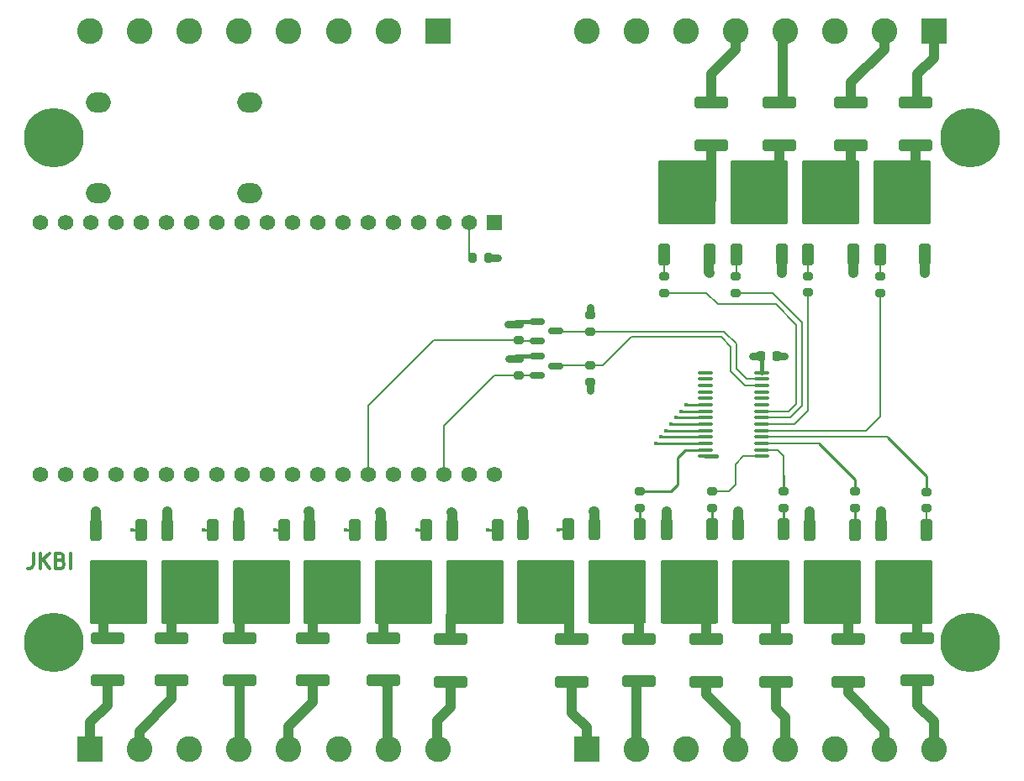
<source format=gbr>
%TF.GenerationSoftware,KiCad,Pcbnew,7.0.10*%
%TF.CreationDate,2024-02-03T19:37:43+01:00*%
%TF.ProjectId,led_stairs_controller,6c65645f-7374-4616-9972-735f636f6e74,V0.1*%
%TF.SameCoordinates,Original*%
%TF.FileFunction,Copper,L1,Top*%
%TF.FilePolarity,Positive*%
%FSLAX46Y46*%
G04 Gerber Fmt 4.6, Leading zero omitted, Abs format (unit mm)*
G04 Created by KiCad (PCBNEW 7.0.10) date 2024-02-03 19:37:43*
%MOMM*%
%LPD*%
G01*
G04 APERTURE LIST*
G04 Aperture macros list*
%AMRoundRect*
0 Rectangle with rounded corners*
0 $1 Rounding radius*
0 $2 $3 $4 $5 $6 $7 $8 $9 X,Y pos of 4 corners*
0 Add a 4 corners polygon primitive as box body*
4,1,4,$2,$3,$4,$5,$6,$7,$8,$9,$2,$3,0*
0 Add four circle primitives for the rounded corners*
1,1,$1+$1,$2,$3*
1,1,$1+$1,$4,$5*
1,1,$1+$1,$6,$7*
1,1,$1+$1,$8,$9*
0 Add four rect primitives between the rounded corners*
20,1,$1+$1,$2,$3,$4,$5,0*
20,1,$1+$1,$4,$5,$6,$7,0*
20,1,$1+$1,$6,$7,$8,$9,0*
20,1,$1+$1,$8,$9,$2,$3,0*%
G04 Aperture macros list end*
%ADD10C,0.300000*%
%TA.AperFunction,NonConductor*%
%ADD11C,0.300000*%
%TD*%
%TA.AperFunction,SMDPad,CuDef*%
%ADD12RoundRect,0.200000X-0.275000X0.200000X-0.275000X-0.200000X0.275000X-0.200000X0.275000X0.200000X0*%
%TD*%
%TA.AperFunction,SMDPad,CuDef*%
%ADD13RoundRect,0.200000X0.275000X-0.200000X0.275000X0.200000X-0.275000X0.200000X-0.275000X-0.200000X0*%
%TD*%
%TA.AperFunction,SMDPad,CuDef*%
%ADD14RoundRect,0.100000X-0.637500X-0.100000X0.637500X-0.100000X0.637500X0.100000X-0.637500X0.100000X0*%
%TD*%
%TA.AperFunction,SMDPad,CuDef*%
%ADD15RoundRect,0.250000X1.450000X-0.312500X1.450000X0.312500X-1.450000X0.312500X-1.450000X-0.312500X0*%
%TD*%
%TA.AperFunction,SMDPad,CuDef*%
%ADD16RoundRect,0.250000X-1.450000X0.312500X-1.450000X-0.312500X1.450000X-0.312500X1.450000X0.312500X0*%
%TD*%
%TA.AperFunction,SMDPad,CuDef*%
%ADD17RoundRect,0.250000X-0.350000X0.850000X-0.350000X-0.850000X0.350000X-0.850000X0.350000X0.850000X0*%
%TD*%
%TA.AperFunction,SMDPad,CuDef*%
%ADD18RoundRect,0.250000X-1.125000X1.275000X-1.125000X-1.275000X1.125000X-1.275000X1.125000X1.275000X0*%
%TD*%
%TA.AperFunction,SMDPad,CuDef*%
%ADD19RoundRect,0.249997X-2.650003X2.950003X-2.650003X-2.950003X2.650003X-2.950003X2.650003X2.950003X0*%
%TD*%
%TA.AperFunction,SMDPad,CuDef*%
%ADD20RoundRect,0.200000X-0.200000X-0.275000X0.200000X-0.275000X0.200000X0.275000X-0.200000X0.275000X0*%
%TD*%
%TA.AperFunction,SMDPad,CuDef*%
%ADD21RoundRect,0.250000X0.350000X-0.850000X0.350000X0.850000X-0.350000X0.850000X-0.350000X-0.850000X0*%
%TD*%
%TA.AperFunction,SMDPad,CuDef*%
%ADD22RoundRect,0.250000X1.125000X-1.275000X1.125000X1.275000X-1.125000X1.275000X-1.125000X-1.275000X0*%
%TD*%
%TA.AperFunction,SMDPad,CuDef*%
%ADD23RoundRect,0.249997X2.650003X-2.950003X2.650003X2.950003X-2.650003X2.950003X-2.650003X-2.950003X0*%
%TD*%
%TA.AperFunction,SMDPad,CuDef*%
%ADD24RoundRect,0.150000X-0.587500X-0.150000X0.587500X-0.150000X0.587500X0.150000X-0.587500X0.150000X0*%
%TD*%
%TA.AperFunction,SMDPad,CuDef*%
%ADD25RoundRect,0.225000X-0.225000X-0.250000X0.225000X-0.250000X0.225000X0.250000X-0.225000X0.250000X0*%
%TD*%
%TA.AperFunction,ComponentPad*%
%ADD26R,1.560000X1.560000*%
%TD*%
%TA.AperFunction,ComponentPad*%
%ADD27C,1.560000*%
%TD*%
%TA.AperFunction,ComponentPad*%
%ADD28R,2.600000X2.600000*%
%TD*%
%TA.AperFunction,ComponentPad*%
%ADD29C,2.600000*%
%TD*%
%TA.AperFunction,ComponentPad*%
%ADD30C,6.000000*%
%TD*%
%TA.AperFunction,ComponentPad*%
%ADD31O,2.500000X2.000000*%
%TD*%
%TA.AperFunction,ViaPad*%
%ADD32C,0.800000*%
%TD*%
%TA.AperFunction,ViaPad*%
%ADD33C,0.450000*%
%TD*%
%TA.AperFunction,ViaPad*%
%ADD34C,0.650000*%
%TD*%
%TA.AperFunction,Conductor*%
%ADD35C,1.000000*%
%TD*%
%TA.AperFunction,Conductor*%
%ADD36C,0.400000*%
%TD*%
%TA.AperFunction,Conductor*%
%ADD37C,0.750000*%
%TD*%
%TA.AperFunction,Conductor*%
%ADD38C,0.200000*%
%TD*%
%TA.AperFunction,Conductor*%
%ADD39C,0.250000*%
%TD*%
G04 APERTURE END LIST*
D10*
D11*
X102983082Y-113800828D02*
X102983082Y-114872257D01*
X102983082Y-114872257D02*
X102911653Y-115086542D01*
X102911653Y-115086542D02*
X102768796Y-115229400D01*
X102768796Y-115229400D02*
X102554510Y-115300828D01*
X102554510Y-115300828D02*
X102411653Y-115300828D01*
X103697367Y-115300828D02*
X103697367Y-113800828D01*
X104554510Y-115300828D02*
X103911653Y-114443685D01*
X104554510Y-113800828D02*
X103697367Y-114657971D01*
X105697367Y-114515114D02*
X105911653Y-114586542D01*
X105911653Y-114586542D02*
X105983082Y-114657971D01*
X105983082Y-114657971D02*
X106054510Y-114800828D01*
X106054510Y-114800828D02*
X106054510Y-115015114D01*
X106054510Y-115015114D02*
X105983082Y-115157971D01*
X105983082Y-115157971D02*
X105911653Y-115229400D01*
X105911653Y-115229400D02*
X105768796Y-115300828D01*
X105768796Y-115300828D02*
X105197367Y-115300828D01*
X105197367Y-115300828D02*
X105197367Y-113800828D01*
X105197367Y-113800828D02*
X105697367Y-113800828D01*
X105697367Y-113800828D02*
X105840225Y-113872257D01*
X105840225Y-113872257D02*
X105911653Y-113943685D01*
X105911653Y-113943685D02*
X105983082Y-114086542D01*
X105983082Y-114086542D02*
X105983082Y-114229400D01*
X105983082Y-114229400D02*
X105911653Y-114372257D01*
X105911653Y-114372257D02*
X105840225Y-114443685D01*
X105840225Y-114443685D02*
X105697367Y-114515114D01*
X105697367Y-114515114D02*
X105197367Y-114515114D01*
X106697367Y-115300828D02*
X106697367Y-113800828D01*
D12*
%TO.P,R8,1*%
%TO.N,/LED8*%
X164020000Y-107575000D03*
%TO.P,R8,2*%
%TO.N,Net-(Q8-G)*%
X164020000Y-109225000D03*
%TD*%
D13*
%TO.P,R16,1*%
%TO.N,/LED16*%
X166500000Y-87525000D03*
%TO.P,R16,2*%
%TO.N,Net-(Q16-G)*%
X166500000Y-85875000D03*
%TD*%
D14*
%TO.P,U1,1,A0*%
%TO.N,unconnected-(U1-A0-Pad1)*%
X170600000Y-95575000D03*
%TO.P,U1,2,A1*%
%TO.N,unconnected-(U1-A1-Pad2)*%
X170600000Y-96225000D03*
%TO.P,U1,3,A2*%
%TO.N,unconnected-(U1-A2-Pad3)*%
X170600000Y-96875000D03*
%TO.P,U1,4,A3*%
%TO.N,unconnected-(U1-A3-Pad4)*%
X170600000Y-97525000D03*
%TO.P,U1,5,A4*%
%TO.N,unconnected-(U1-A4-Pad5)*%
X170600000Y-98175000D03*
%TO.P,U1,6,LED0*%
%TO.N,/LED1*%
X170600000Y-98825000D03*
%TO.P,U1,7,LED1*%
%TO.N,/LED2*%
X170600000Y-99475000D03*
%TO.P,U1,8,LED2*%
%TO.N,/LED3*%
X170600000Y-100125000D03*
%TO.P,U1,9,LED3*%
%TO.N,/LED4*%
X170600000Y-100775000D03*
%TO.P,U1,10,LED4*%
%TO.N,/LED5*%
X170600000Y-101425000D03*
%TO.P,U1,11,LED5*%
%TO.N,/LED6*%
X170600000Y-102075000D03*
%TO.P,U1,12,LED6*%
%TO.N,/LED7*%
X170600000Y-102725000D03*
%TO.P,U1,13,LED7*%
%TO.N,/LED8*%
X170600000Y-103375000D03*
%TO.P,U1,14,VSS*%
%TO.N,GND*%
X170600000Y-104025000D03*
%TO.P,U1,15,LED8*%
%TO.N,/LED9*%
X176325000Y-104025000D03*
%TO.P,U1,16,LED9*%
%TO.N,/LED10*%
X176325000Y-103375000D03*
%TO.P,U1,17,LED10*%
%TO.N,/LED11*%
X176325000Y-102725000D03*
%TO.P,U1,18,LED11*%
%TO.N,/LED12*%
X176325000Y-102075000D03*
%TO.P,U1,19,LED12*%
%TO.N,/LED13*%
X176325000Y-101425000D03*
%TO.P,U1,20,LED13*%
%TO.N,/LED14*%
X176325000Y-100775000D03*
%TO.P,U1,21,LED14*%
%TO.N,/LED15*%
X176325000Y-100125000D03*
%TO.P,U1,22,LED15*%
%TO.N,/LED16*%
X176325000Y-99475000D03*
%TO.P,U1,23,~{OE}*%
%TO.N,/nOE*%
X176325000Y-98825000D03*
%TO.P,U1,24,A5*%
%TO.N,unconnected-(U1-A5-Pad24)*%
X176325000Y-98175000D03*
%TO.P,U1,25,A6*%
%TO.N,unconnected-(U1-A6-Pad25)*%
X176325000Y-97525000D03*
%TO.P,U1,26,SCL*%
%TO.N,/SCL_H*%
X176325000Y-96875000D03*
%TO.P,U1,27,SDA*%
%TO.N,/SDA_H*%
X176325000Y-96225000D03*
%TO.P,U1,28,VDD*%
%TO.N,+5V*%
X176325000Y-95575000D03*
%TD*%
D15*
%TO.P,F15,1*%
%TO.N,Net-(Q15-D)*%
X178100000Y-72637500D03*
%TO.P,F15,2*%
%TO.N,/LED15_OUT*%
X178100000Y-68362500D03*
%TD*%
D16*
%TO.P,F2,1*%
%TO.N,Net-(Q2-D)*%
X116900000Y-122362500D03*
%TO.P,F2,2*%
%TO.N,/LED2_OUT*%
X116900000Y-126637500D03*
%TD*%
D12*
%TO.P,R9,1*%
%TO.N,/LED9*%
X171320000Y-107575000D03*
%TO.P,R9,2*%
%TO.N,Net-(Q9-G)*%
X171320000Y-109225000D03*
%TD*%
D17*
%TO.P,Q1,1,G*%
%TO.N,Net-(Q1-G)*%
X113800000Y-111400000D03*
D18*
%TO.P,Q1,2,D*%
%TO.N,Net-(Q1-D)*%
X113045000Y-116025000D03*
X109995000Y-116025000D03*
D19*
X111520000Y-117700000D03*
D18*
X113045000Y-119375000D03*
X109995000Y-119375000D03*
D17*
%TO.P,Q1,3,S*%
%TO.N,GND*%
X109240000Y-111400000D03*
%TD*%
D13*
%TO.P,R15,1*%
%TO.N,/LED15*%
X173700000Y-87525000D03*
%TO.P,R15,2*%
%TO.N,Net-(Q15-G)*%
X173700000Y-85875000D03*
%TD*%
D17*
%TO.P,Q8,1,G*%
%TO.N,Net-(Q8-G)*%
X164025000Y-111375000D03*
D18*
%TO.P,Q8,2,D*%
%TO.N,Net-(Q8-D)*%
X163270000Y-116000000D03*
X160220000Y-116000000D03*
D19*
X161745000Y-117675000D03*
D18*
X163270000Y-119350000D03*
X160220000Y-119350000D03*
D17*
%TO.P,Q8,3,S*%
%TO.N,GND*%
X159465000Y-111375000D03*
%TD*%
%TO.P,Q6,1,G*%
%TO.N,Net-(Q6-G)*%
X149680000Y-111400000D03*
D18*
%TO.P,Q6,2,D*%
%TO.N,Net-(Q6-D)*%
X148925000Y-116025000D03*
X145875000Y-116025000D03*
D19*
X147400000Y-117700000D03*
D18*
X148925000Y-119375000D03*
X145875000Y-119375000D03*
D17*
%TO.P,Q6,3,S*%
%TO.N,GND*%
X145120000Y-111400000D03*
%TD*%
D16*
%TO.P,F5,1*%
%TO.N,Net-(Q5-D)*%
X138200000Y-122362500D03*
%TO.P,F5,2*%
%TO.N,/LED5_OUT*%
X138200000Y-126637500D03*
%TD*%
D17*
%TO.P,Q10,1,G*%
%TO.N,Net-(Q10-G)*%
X178525000Y-111375000D03*
D18*
%TO.P,Q10,2,D*%
%TO.N,Net-(Q10-D)*%
X177770000Y-116000000D03*
X174720000Y-116000000D03*
D19*
X176245000Y-117675000D03*
D18*
X177770000Y-119350000D03*
X174720000Y-119350000D03*
D17*
%TO.P,Q10,3,S*%
%TO.N,GND*%
X173965000Y-111375000D03*
%TD*%
D16*
%TO.P,F12,1*%
%TO.N,Net-(Q12-D)*%
X192000000Y-122362500D03*
%TO.P,F12,2*%
%TO.N,/LED12_OUT*%
X192000000Y-126637500D03*
%TD*%
D12*
%TO.P,R19,1*%
%TO.N,+3.3V*%
X151800000Y-94175000D03*
%TO.P,R19,2*%
%TO.N,/SCL_L*%
X151800000Y-95825000D03*
%TD*%
D20*
%TO.P,R17,1*%
%TO.N,Net-(U2-EN)*%
X147175000Y-84000000D03*
%TO.P,R17,2*%
%TO.N,+3.3V*%
X148825000Y-84000000D03*
%TD*%
D17*
%TO.P,Q3,1,G*%
%TO.N,Net-(Q3-G)*%
X128180000Y-111400000D03*
D18*
%TO.P,Q3,2,D*%
%TO.N,Net-(Q3-D)*%
X127425000Y-116025000D03*
X124375000Y-116025000D03*
D19*
X125900000Y-117700000D03*
D18*
X127425000Y-119375000D03*
X124375000Y-119375000D03*
D17*
%TO.P,Q3,3,S*%
%TO.N,GND*%
X123620000Y-111400000D03*
%TD*%
D15*
%TO.P,F16,1*%
%TO.N,Net-(Q16-D)*%
X171200000Y-72637500D03*
%TO.P,F16,2*%
%TO.N,/LED16_OUT*%
X171200000Y-68362500D03*
%TD*%
D16*
%TO.P,F8,1*%
%TO.N,Net-(Q8-D)*%
X163900000Y-122425000D03*
%TO.P,F8,2*%
%TO.N,/LED8_OUT*%
X163900000Y-126700000D03*
%TD*%
D21*
%TO.P,Q16,1,G*%
%TO.N,Net-(Q16-G)*%
X166500000Y-83700000D03*
D22*
%TO.P,Q16,2,D*%
%TO.N,Net-(Q16-D)*%
X167255000Y-79075000D03*
X170305000Y-79075000D03*
D23*
X168780000Y-77400000D03*
D22*
X167255000Y-75725000D03*
X170305000Y-75725000D03*
D21*
%TO.P,Q16,3,S*%
%TO.N,GND*%
X171060000Y-83700000D03*
%TD*%
D24*
%TO.P,Q18,1,G*%
%TO.N,+3.3V*%
X153725000Y-90450000D03*
%TO.P,Q18,2,S*%
%TO.N,/SDA_L*%
X153725000Y-92350000D03*
%TO.P,Q18,3,D*%
%TO.N,/SDA_H*%
X155600000Y-91400000D03*
%TD*%
D16*
%TO.P,F9,1*%
%TO.N,Net-(Q9-D)*%
X170700000Y-122462500D03*
%TO.P,F9,2*%
%TO.N,/LED9_OUT*%
X170700000Y-126737500D03*
%TD*%
D12*
%TO.P,R12,1*%
%TO.N,/LED12*%
X192920000Y-107600000D03*
%TO.P,R12,2*%
%TO.N,Net-(Q12-G)*%
X192920000Y-109250000D03*
%TD*%
%TO.P,R10,1*%
%TO.N,/LED10*%
X178520000Y-107575000D03*
%TO.P,R10,2*%
%TO.N,Net-(Q10-G)*%
X178520000Y-109225000D03*
%TD*%
D15*
%TO.P,F13,1*%
%TO.N,Net-(Q13-D)*%
X191800000Y-72637500D03*
%TO.P,F13,2*%
%TO.N,/LED13_OUT*%
X191800000Y-68362500D03*
%TD*%
%TO.P,F14,1*%
%TO.N,Net-(Q14-D)*%
X185300000Y-72637500D03*
%TO.P,F14,2*%
%TO.N,/LED14_OUT*%
X185300000Y-68362500D03*
%TD*%
D13*
%TO.P,R18,1*%
%TO.N,+5V*%
X159000000Y-96525000D03*
%TO.P,R18,2*%
%TO.N,/SCL_H*%
X159000000Y-94875000D03*
%TD*%
D21*
%TO.P,Q15,1,G*%
%TO.N,Net-(Q15-G)*%
X173740000Y-83700000D03*
D22*
%TO.P,Q15,2,D*%
%TO.N,Net-(Q15-D)*%
X174495000Y-79075000D03*
X177545000Y-79075000D03*
D23*
X176020000Y-77400000D03*
D22*
X174495000Y-75725000D03*
X177545000Y-75725000D03*
D21*
%TO.P,Q15,3,S*%
%TO.N,GND*%
X178300000Y-83700000D03*
%TD*%
D25*
%TO.P,C1,1*%
%TO.N,+5V*%
X176250000Y-93900000D03*
%TO.P,C1,2*%
%TO.N,GND*%
X177800000Y-93900000D03*
%TD*%
D17*
%TO.P,Q2,1,G*%
%TO.N,Net-(Q2-G)*%
X120980000Y-111400000D03*
D18*
%TO.P,Q2,2,D*%
%TO.N,Net-(Q2-D)*%
X120225000Y-116025000D03*
X117175000Y-116025000D03*
D19*
X118700000Y-117700000D03*
D18*
X120225000Y-119375000D03*
X117175000Y-119375000D03*
D17*
%TO.P,Q2,3,S*%
%TO.N,GND*%
X116420000Y-111400000D03*
%TD*%
D26*
%TO.P,U2,1,3V3*%
%TO.N,+3.3V*%
X149360000Y-80437500D03*
D27*
%TO.P,U2,2,EN*%
%TO.N,Net-(U2-EN)*%
X146820000Y-80437500D03*
%TO.P,U2,3,VP*%
%TO.N,unconnected-(U2-VP-Pad3)*%
X144280000Y-80437500D03*
%TO.P,U2,4,VN*%
%TO.N,unconnected-(U2-VN-Pad4)*%
X141740000Y-80437500D03*
%TO.P,U2,5,34*%
%TO.N,unconnected-(U2-34-Pad5)*%
X139200000Y-80437500D03*
%TO.P,U2,6,35*%
%TO.N,unconnected-(U2-35-Pad6)*%
X136660000Y-80437500D03*
%TO.P,U2,7,32*%
%TO.N,unconnected-(U2-32-Pad7)*%
X134120000Y-80437500D03*
%TO.P,U2,8,33*%
%TO.N,unconnected-(U2-33-Pad8)*%
X131580000Y-80437500D03*
%TO.P,U2,9,25*%
%TO.N,unconnected-(U2-25-Pad9)*%
X129040000Y-80437500D03*
%TO.P,U2,10,26*%
%TO.N,unconnected-(U2-26-Pad10)*%
X126500000Y-80437500D03*
%TO.P,U2,11,27*%
%TO.N,unconnected-(U2-27-Pad11)*%
X123960000Y-80437500D03*
%TO.P,U2,12,14*%
%TO.N,unconnected-(U2-14-Pad12)*%
X121420000Y-80437500D03*
%TO.P,U2,13,12*%
%TO.N,unconnected-(U2-12-Pad13)*%
X118880000Y-80437500D03*
%TO.P,U2,14,GND*%
%TO.N,GND*%
X116340000Y-80437500D03*
%TO.P,U2,15,13*%
%TO.N,unconnected-(U2-13-Pad15)*%
X113800000Y-80437500D03*
%TO.P,U2,16,D2*%
%TO.N,unconnected-(U2-D2-Pad16)*%
X111260000Y-80437500D03*
%TO.P,U2,17,D3*%
%TO.N,unconnected-(U2-D3-Pad17)*%
X108720000Y-80437500D03*
%TO.P,U2,18,CMD*%
%TO.N,unconnected-(U2-CMD-Pad18)*%
X106180000Y-80437500D03*
%TO.P,U2,19,5V*%
%TO.N,+5V*%
X103640000Y-80437500D03*
%TO.P,U2,20,GND__1*%
%TO.N,GND*%
X149360000Y-105837500D03*
%TO.P,U2,21,23*%
%TO.N,unconnected-(U2-23-Pad21)*%
X146820000Y-105837500D03*
%TO.P,U2,22,22*%
%TO.N,/SCL_L*%
X144280000Y-105837500D03*
%TO.P,U2,23,TX*%
%TO.N,unconnected-(U2-TX-Pad23)*%
X141740000Y-105837500D03*
%TO.P,U2,24,RX*%
%TO.N,unconnected-(U2-RX-Pad24)*%
X139200000Y-105837500D03*
%TO.P,U2,25,21*%
%TO.N,/SDA_L*%
X136660000Y-105837500D03*
%TO.P,U2,26,GND__2*%
%TO.N,GND*%
X134120000Y-105837500D03*
%TO.P,U2,27,19*%
%TO.N,unconnected-(U2-19-Pad27)*%
X131580000Y-105837500D03*
%TO.P,U2,28,18*%
%TO.N,unconnected-(U2-18-Pad28)*%
X129040000Y-105837500D03*
%TO.P,U2,29,5*%
%TO.N,unconnected-(U2-5-Pad29)*%
X126500000Y-105837500D03*
%TO.P,U2,30,17*%
%TO.N,unconnected-(U2-17-Pad30)*%
X123960000Y-105837500D03*
%TO.P,U2,31,16*%
%TO.N,unconnected-(U2-16-Pad31)*%
X121420000Y-105837500D03*
%TO.P,U2,32,4*%
%TO.N,unconnected-(U2-4-Pad32)*%
X118880000Y-105837500D03*
%TO.P,U2,33,0*%
%TO.N,unconnected-(U2-0-Pad33)*%
X116340000Y-105837500D03*
%TO.P,U2,34,2*%
%TO.N,unconnected-(U2-2-Pad34)*%
X113800000Y-105837500D03*
%TO.P,U2,35,15*%
%TO.N,unconnected-(U2-15-Pad35)*%
X111260000Y-105837500D03*
%TO.P,U2,36,D1*%
%TO.N,unconnected-(U2-D1-Pad36)*%
X108720000Y-105837500D03*
%TO.P,U2,37,D0*%
%TO.N,unconnected-(U2-D0-Pad37)*%
X106180000Y-105837500D03*
%TO.P,U2,38,CLK*%
%TO.N,unconnected-(U2-CLK-Pad38)*%
X103640000Y-105837500D03*
%TD*%
D28*
%TO.P,MOD1,A1,A1*%
%TO.N,/LED1_OUT*%
X108675000Y-133580000D03*
D29*
%TO.P,MOD1,A2,A2*%
%TO.N,/LED2_OUT*%
X113675000Y-133580000D03*
%TO.P,MOD1,A3,A3*%
%TO.N,VBUS*%
X118675000Y-133580000D03*
%TO.P,MOD1,A4,A4*%
%TO.N,/LED3_OUT*%
X123675000Y-133580000D03*
%TO.P,MOD1,A5,A5*%
%TO.N,/LED4_OUT*%
X128675000Y-133580000D03*
%TO.P,MOD1,A6,A6*%
%TO.N,VBUS*%
X133675000Y-133580000D03*
%TO.P,MOD1,A7,A7*%
%TO.N,/LED5_OUT*%
X138675000Y-133580000D03*
%TO.P,MOD1,A8,A8*%
%TO.N,/LED6_OUT*%
X143675000Y-133580000D03*
D28*
%TO.P,MOD1,B1,B1*%
%TO.N,/LED7_OUT*%
X158675000Y-133580000D03*
D29*
%TO.P,MOD1,B2,B2*%
%TO.N,/LED8_OUT*%
X163675000Y-133580000D03*
%TO.P,MOD1,B3,B3*%
%TO.N,VBUS*%
X168675000Y-133580000D03*
%TO.P,MOD1,B4,B4*%
%TO.N,/LED9_OUT*%
X173675000Y-133580000D03*
%TO.P,MOD1,B5,B5*%
%TO.N,/LED10_OUT*%
X178675000Y-133580000D03*
%TO.P,MOD1,B6,B6*%
%TO.N,VBUS*%
X183675000Y-133580000D03*
%TO.P,MOD1,B7,B7*%
%TO.N,/LED11_OUT*%
X188675000Y-133580000D03*
%TO.P,MOD1,B8,B8*%
%TO.N,/LED12_OUT*%
X193675000Y-133580000D03*
D28*
%TO.P,MOD1,C1,C1*%
%TO.N,/LED13_OUT*%
X193675000Y-61160000D03*
D29*
%TO.P,MOD1,C2,C2*%
%TO.N,/LED14_OUT*%
X188675000Y-61160000D03*
%TO.P,MOD1,C3,C3*%
%TO.N,VBUS*%
X183675000Y-61160000D03*
%TO.P,MOD1,C4,C4*%
%TO.N,/LED15_OUT*%
X178675000Y-61160000D03*
%TO.P,MOD1,C5,C5*%
%TO.N,/LED16_OUT*%
X173675000Y-61160000D03*
%TO.P,MOD1,C6,C6*%
%TO.N,VBUS*%
X168675000Y-61160000D03*
%TO.P,MOD1,C7,C7*%
%TO.N,/LED17_OUT*%
X163675000Y-61160000D03*
%TO.P,MOD1,C8,C8*%
%TO.N,/LED18_OUT*%
X158675000Y-61160000D03*
D28*
%TO.P,MOD1,D1,D1*%
%TO.N,GND*%
X143675000Y-61160000D03*
D29*
%TO.P,MOD1,D2,D2*%
%TO.N,unconnected-(MOD1-PadD2)*%
X138675000Y-61160000D03*
%TO.P,MOD1,D3,D3*%
%TO.N,VBUS*%
X133675000Y-61160000D03*
%TO.P,MOD1,D4,D4*%
%TO.N,GND*%
X128675000Y-61160000D03*
%TO.P,MOD1,D5,D5*%
%TO.N,unconnected-(MOD1-PadD5)*%
X123675000Y-61160000D03*
%TO.P,MOD1,D6,D6*%
%TO.N,VBUS*%
X118675000Y-61160000D03*
%TO.P,MOD1,D7,D7*%
%TO.N,GND*%
X113675000Y-61160000D03*
%TO.P,MOD1,D8,D8*%
%TO.N,VBUS*%
X108675000Y-61160000D03*
D30*
%TO.P,MOD1,MH1*%
%TO.N,N/C*%
X105050000Y-71900000D03*
%TO.P,MOD1,MH2*%
X197300000Y-71900000D03*
%TO.P,MOD1,MH3*%
X105050000Y-122800000D03*
%TO.P,MOD1,MH4*%
X197300000Y-122800000D03*
%TD*%
D13*
%TO.P,R14,1*%
%TO.N,/LED14*%
X181000000Y-87500000D03*
%TO.P,R14,2*%
%TO.N,Net-(Q14-G)*%
X181000000Y-85850000D03*
%TD*%
D17*
%TO.P,Q4,1,G*%
%TO.N,Net-(Q4-G)*%
X135300000Y-111400000D03*
D18*
%TO.P,Q4,2,D*%
%TO.N,Net-(Q4-D)*%
X134545000Y-116025000D03*
X131495000Y-116025000D03*
D19*
X133020000Y-117700000D03*
D18*
X134545000Y-119375000D03*
X131495000Y-119375000D03*
D17*
%TO.P,Q4,3,S*%
%TO.N,GND*%
X130740000Y-111400000D03*
%TD*%
%TO.P,Q11,1,G*%
%TO.N,Net-(Q11-G)*%
X185700000Y-111400000D03*
D18*
%TO.P,Q11,2,D*%
%TO.N,Net-(Q11-D)*%
X184945000Y-116025000D03*
X181895000Y-116025000D03*
D19*
X183420000Y-117700000D03*
D18*
X184945000Y-119375000D03*
X181895000Y-119375000D03*
D17*
%TO.P,Q11,3,S*%
%TO.N,GND*%
X181140000Y-111400000D03*
%TD*%
D31*
%TO.P,U4,1,IN-*%
%TO.N,GND*%
X109480000Y-68330000D03*
%TO.P,U4,2,IN+*%
%TO.N,VBUS*%
X109480000Y-77470000D03*
%TO.P,U4,3,OUT-*%
%TO.N,GND*%
X124720000Y-68330000D03*
%TO.P,U4,4,OUT+*%
%TO.N,+5V*%
X124720000Y-77470000D03*
%TD*%
D12*
%TO.P,R20,1*%
%TO.N,+3.3V*%
X151800000Y-90675000D03*
%TO.P,R20,2*%
%TO.N,/SDA_L*%
X151800000Y-92325000D03*
%TD*%
D16*
%TO.P,F11,1*%
%TO.N,Net-(Q11-D)*%
X185000000Y-122462500D03*
%TO.P,F11,2*%
%TO.N,/LED11_OUT*%
X185000000Y-126737500D03*
%TD*%
D17*
%TO.P,Q5,1,G*%
%TO.N,Net-(Q5-G)*%
X142480000Y-111400000D03*
D18*
%TO.P,Q5,2,D*%
%TO.N,Net-(Q5-D)*%
X141725000Y-116025000D03*
X138675000Y-116025000D03*
D19*
X140200000Y-117700000D03*
D18*
X141725000Y-119375000D03*
X138675000Y-119375000D03*
D17*
%TO.P,Q5,3,S*%
%TO.N,GND*%
X137920000Y-111400000D03*
%TD*%
D16*
%TO.P,F6,1*%
%TO.N,Net-(Q6-D)*%
X145000000Y-122462500D03*
%TO.P,F6,2*%
%TO.N,/LED6_OUT*%
X145000000Y-126737500D03*
%TD*%
D24*
%TO.P,Q17,1,G*%
%TO.N,+3.3V*%
X153725000Y-93950000D03*
%TO.P,Q17,2,S*%
%TO.N,/SCL_L*%
X153725000Y-95850000D03*
%TO.P,Q17,3,D*%
%TO.N,/SCL_H*%
X155600000Y-94900000D03*
%TD*%
D16*
%TO.P,F10,1*%
%TO.N,Net-(Q10-D)*%
X177700000Y-122462500D03*
%TO.P,F10,2*%
%TO.N,/LED10_OUT*%
X177700000Y-126737500D03*
%TD*%
D13*
%TO.P,R13,1*%
%TO.N,/LED13*%
X188200000Y-87525000D03*
%TO.P,R13,2*%
%TO.N,Net-(Q13-G)*%
X188200000Y-85875000D03*
%TD*%
D17*
%TO.P,Q7,1,G*%
%TO.N,Net-(Q7-G)*%
X156825000Y-111375000D03*
D18*
%TO.P,Q7,2,D*%
%TO.N,Net-(Q7-D)*%
X156070000Y-116000000D03*
X153020000Y-116000000D03*
D19*
X154545000Y-117675000D03*
D18*
X156070000Y-119350000D03*
X153020000Y-119350000D03*
D17*
%TO.P,Q7,3,S*%
%TO.N,GND*%
X152265000Y-111375000D03*
%TD*%
D21*
%TO.P,Q14,1,G*%
%TO.N,Net-(Q14-G)*%
X181000000Y-83700000D03*
D22*
%TO.P,Q14,2,D*%
%TO.N,Net-(Q14-D)*%
X181755000Y-79075000D03*
X184805000Y-79075000D03*
D23*
X183280000Y-77400000D03*
D22*
X181755000Y-75725000D03*
X184805000Y-75725000D03*
D21*
%TO.P,Q14,3,S*%
%TO.N,GND*%
X185560000Y-83700000D03*
%TD*%
D16*
%TO.P,F1,1*%
%TO.N,Net-(Q1-D)*%
X110400000Y-122362500D03*
%TO.P,F1,2*%
%TO.N,/LED1_OUT*%
X110400000Y-126637500D03*
%TD*%
D12*
%TO.P,R11,1*%
%TO.N,/LED11*%
X185720000Y-107575000D03*
%TO.P,R11,2*%
%TO.N,Net-(Q11-G)*%
X185720000Y-109225000D03*
%TD*%
D17*
%TO.P,Q12,1,G*%
%TO.N,Net-(Q12-G)*%
X192925000Y-111400000D03*
D18*
%TO.P,Q12,2,D*%
%TO.N,Net-(Q12-D)*%
X192170000Y-116025000D03*
X189120000Y-116025000D03*
D19*
X190645000Y-117700000D03*
D18*
X192170000Y-119375000D03*
X189120000Y-119375000D03*
D17*
%TO.P,Q12,3,S*%
%TO.N,GND*%
X188365000Y-111400000D03*
%TD*%
D21*
%TO.P,Q13,1,G*%
%TO.N,Net-(Q13-G)*%
X188200000Y-83700000D03*
D22*
%TO.P,Q13,2,D*%
%TO.N,Net-(Q13-D)*%
X188955000Y-79075000D03*
X192005000Y-79075000D03*
D23*
X190480000Y-77400000D03*
D22*
X188955000Y-75725000D03*
X192005000Y-75725000D03*
D21*
%TO.P,Q13,3,S*%
%TO.N,GND*%
X192760000Y-83700000D03*
%TD*%
D16*
%TO.P,F3,1*%
%TO.N,Net-(Q3-D)*%
X123700000Y-122362500D03*
%TO.P,F3,2*%
%TO.N,/LED3_OUT*%
X123700000Y-126637500D03*
%TD*%
%TO.P,F4,1*%
%TO.N,Net-(Q4-D)*%
X131100000Y-122362500D03*
%TO.P,F4,2*%
%TO.N,/LED4_OUT*%
X131100000Y-126637500D03*
%TD*%
%TO.P,F7,1*%
%TO.N,Net-(Q7-D)*%
X157200000Y-122462500D03*
%TO.P,F7,2*%
%TO.N,/LED7_OUT*%
X157200000Y-126737500D03*
%TD*%
D17*
%TO.P,Q9,1,G*%
%TO.N,Net-(Q9-G)*%
X171275000Y-111375000D03*
D18*
%TO.P,Q9,2,D*%
%TO.N,Net-(Q9-D)*%
X170520000Y-116000000D03*
X167470000Y-116000000D03*
D19*
X168995000Y-117675000D03*
D18*
X170520000Y-119350000D03*
X167470000Y-119350000D03*
D17*
%TO.P,Q9,3,S*%
%TO.N,GND*%
X166715000Y-111375000D03*
%TD*%
D12*
%TO.P,R21,1*%
%TO.N,+5V*%
X159000000Y-89775000D03*
%TO.P,R21,2*%
%TO.N,/SDA_H*%
X159000000Y-91425000D03*
%TD*%
D32*
%TO.N,GND*%
X159400000Y-109600000D03*
X123600000Y-109700000D03*
D33*
X171742500Y-104000000D03*
D32*
X178320000Y-85500000D03*
X188300000Y-109600000D03*
X181100000Y-109600000D03*
X137900000Y-109700000D03*
X173900000Y-109600000D03*
X152200000Y-109600000D03*
X116400000Y-109600000D03*
D34*
X178600000Y-93900000D03*
D32*
X109220000Y-109600000D03*
X185520000Y-85500000D03*
X192720000Y-85500000D03*
X130700000Y-109600000D03*
X166700000Y-109600000D03*
X171020000Y-85500000D03*
X145100000Y-109700000D03*
D34*
%TO.N,+5V*%
X159000000Y-97400000D03*
X175400000Y-93900000D03*
X159000000Y-89000000D03*
D33*
%TO.N,/LED1*%
X168642500Y-98825000D03*
%TO.N,/LED7*%
X165642500Y-102725000D03*
%TO.N,/LED6*%
X166142500Y-102075000D03*
%TO.N,/LED5*%
X166642500Y-101425000D03*
%TO.N,/LED4*%
X167142500Y-100775000D03*
%TO.N,/LED3*%
X167642500Y-100125000D03*
%TO.N,/LED2*%
X168142500Y-99475000D03*
%TO.N,Net-(Q1-G)*%
X112900000Y-111400000D03*
%TO.N,Net-(Q2-G)*%
X120100000Y-111400000D03*
%TO.N,Net-(Q3-G)*%
X127300000Y-111400000D03*
%TO.N,Net-(Q4-G)*%
X134400000Y-111400000D03*
%TO.N,Net-(Q5-G)*%
X141600000Y-111400000D03*
%TO.N,Net-(Q6-G)*%
X148700000Y-111400000D03*
%TO.N,Net-(Q7-G)*%
X155800000Y-111400000D03*
D34*
%TO.N,+3.3V*%
X150700000Y-90700000D03*
X150800000Y-94200000D03*
X149700000Y-84000000D03*
%TD*%
D35*
%TO.N,Net-(Q13-D)*%
X191800000Y-72637500D02*
X191800000Y-76080000D01*
X191800000Y-76080000D02*
X190480000Y-77400000D01*
%TO.N,Net-(Q14-D)*%
X185300000Y-72637500D02*
X185300000Y-78580000D01*
X185300000Y-78580000D02*
X184805000Y-79075000D01*
%TO.N,GND*%
X173920000Y-109620000D02*
X173900000Y-109600000D01*
X109240000Y-111400000D02*
X109240000Y-109620000D01*
X178300000Y-85480000D02*
X178320000Y-85500000D01*
X166720000Y-109620000D02*
X166700000Y-109600000D01*
D36*
X171717500Y-104025000D02*
X171742500Y-104000000D01*
D35*
X137920000Y-109720000D02*
X137900000Y-109700000D01*
X185500000Y-83700000D02*
X185500000Y-85480000D01*
X171000000Y-83700000D02*
X171000000Y-85480000D01*
D36*
X170600000Y-104025000D02*
X171717500Y-104025000D01*
D35*
X109240000Y-109620000D02*
X109220000Y-109600000D01*
X123620000Y-109720000D02*
X123600000Y-109700000D01*
X178300000Y-83700000D02*
X178300000Y-85480000D01*
X181120000Y-111400000D02*
X181120000Y-109620000D01*
X116420000Y-111400000D02*
X116420000Y-109620000D01*
X185500000Y-85480000D02*
X185520000Y-85500000D01*
X192700000Y-83700000D02*
X192700000Y-85480000D01*
X159420000Y-111400000D02*
X159420000Y-109620000D01*
X137920000Y-111500000D02*
X137920000Y-109720000D01*
X188320000Y-109620000D02*
X188300000Y-109600000D01*
X171000000Y-85480000D02*
X171020000Y-85500000D01*
X145120000Y-111500000D02*
X145120000Y-109720000D01*
X145120000Y-109720000D02*
X145100000Y-109700000D01*
X123620000Y-111500000D02*
X123620000Y-109720000D01*
X130720000Y-109620000D02*
X130700000Y-109600000D01*
X152220000Y-111400000D02*
X152220000Y-109620000D01*
X130720000Y-111400000D02*
X130720000Y-109620000D01*
X116420000Y-109620000D02*
X116400000Y-109600000D01*
X159420000Y-109620000D02*
X159400000Y-109600000D01*
X181120000Y-109620000D02*
X181100000Y-109600000D01*
D37*
X177800000Y-93900000D02*
X178600000Y-93900000D01*
D35*
X192700000Y-85480000D02*
X192720000Y-85500000D01*
X152220000Y-109620000D02*
X152200000Y-109600000D01*
X173920000Y-111400000D02*
X173920000Y-109620000D01*
X188320000Y-111400000D02*
X188320000Y-109620000D01*
X166720000Y-111400000D02*
X166720000Y-109620000D01*
%TO.N,Net-(Q15-D)*%
X178100000Y-78520000D02*
X177545000Y-79075000D01*
X178100000Y-72637500D02*
X178100000Y-78520000D01*
D37*
%TO.N,+5V*%
X176200000Y-93900000D02*
X175400000Y-93900000D01*
X159000000Y-96600000D02*
X159000000Y-97400000D01*
D36*
X176325000Y-93975000D02*
X176250000Y-93900000D01*
X176325000Y-95575000D02*
X176325000Y-93975000D01*
D37*
X159000000Y-89800000D02*
X159000000Y-89000000D01*
D38*
%TO.N,/SCL_L*%
X149375000Y-95825000D02*
X151800000Y-95825000D01*
X144280000Y-100920000D02*
X149375000Y-95825000D01*
X151825000Y-95850000D02*
X151800000Y-95825000D01*
X144280000Y-105837500D02*
X144280000Y-100920000D01*
X153725000Y-95850000D02*
X151825000Y-95850000D01*
%TO.N,/SCL_H*%
X173200000Y-95457500D02*
X173200000Y-93000000D01*
X155625000Y-94875000D02*
X155600000Y-94900000D01*
X176325000Y-96875000D02*
X174617500Y-96875000D01*
X159000000Y-94875000D02*
X155625000Y-94875000D01*
X160325000Y-94875000D02*
X159000000Y-94875000D01*
X174617500Y-96875000D02*
X173200000Y-95457500D01*
X173200000Y-93000000D02*
X172200000Y-92000000D01*
X163200000Y-92000000D02*
X160325000Y-94875000D01*
X172200000Y-92000000D02*
X163200000Y-92000000D01*
D35*
%TO.N,Net-(Q16-D)*%
X171200000Y-78180000D02*
X170305000Y-79075000D01*
X171200000Y-72637500D02*
X171200000Y-78180000D01*
D39*
%TO.N,/LED1*%
X168642500Y-98825000D02*
X170600000Y-98825000D01*
D38*
%TO.N,/LED15*%
X180400000Y-90500000D02*
X177425000Y-87525000D01*
X176325000Y-100125000D02*
X179175000Y-100125000D01*
X180400000Y-98900000D02*
X180400000Y-90500000D01*
X179175000Y-100125000D02*
X180400000Y-98900000D01*
X177425000Y-87525000D02*
X173700000Y-87525000D01*
%TO.N,/LED14*%
X179625000Y-100775000D02*
X181000000Y-99400000D01*
X176325000Y-100775000D02*
X179625000Y-100775000D01*
X181000000Y-99400000D02*
X181000000Y-87500000D01*
%TO.N,/LED13*%
X186775000Y-101425000D02*
X188200000Y-100000000D01*
X188200000Y-100000000D02*
X188200000Y-87525000D01*
X176325000Y-101425000D02*
X186775000Y-101425000D01*
%TO.N,/LED12*%
X188995000Y-102075000D02*
X189010000Y-102090000D01*
D39*
X192920000Y-106000000D02*
X189010000Y-102090000D01*
D38*
X176325000Y-102075000D02*
X188995000Y-102075000D01*
D39*
X192920000Y-107600000D02*
X192920000Y-106000000D01*
D38*
%TO.N,/LED11*%
X176325000Y-102725000D02*
X182045000Y-102725000D01*
D39*
X185720000Y-106400000D02*
X185720000Y-107575000D01*
X182045000Y-102725000D02*
X185720000Y-106400000D01*
D38*
%TO.N,/LED10*%
X177875000Y-103375000D02*
X178520000Y-104020000D01*
X176325000Y-103375000D02*
X177875000Y-103375000D01*
D39*
X178520000Y-105900000D02*
X178520000Y-107575000D01*
D38*
X178520000Y-104020000D02*
X178520000Y-105900000D01*
%TO.N,/LED9*%
X173025000Y-107575000D02*
X173700000Y-106900000D01*
X173700000Y-104800000D02*
X174475000Y-104025000D01*
X174475000Y-104025000D02*
X176325000Y-104025000D01*
X173700000Y-106900000D02*
X173700000Y-104800000D01*
X171320000Y-107575000D02*
X173025000Y-107575000D01*
D39*
%TO.N,/LED8*%
X168625000Y-103375000D02*
X170600000Y-103375000D01*
X167800000Y-104200000D02*
X168625000Y-103375000D01*
X167800000Y-106900000D02*
X167800000Y-104200000D01*
X164020000Y-107575000D02*
X167125000Y-107575000D01*
X167125000Y-107575000D02*
X167800000Y-106900000D01*
%TO.N,/LED7*%
X165642500Y-102725000D02*
X170600000Y-102725000D01*
%TO.N,/LED6*%
X166142500Y-102075000D02*
X170600000Y-102075000D01*
%TO.N,/LED5*%
X166642500Y-101425000D02*
X170600000Y-101425000D01*
%TO.N,/LED4*%
X167142500Y-100775000D02*
X170600000Y-100775000D01*
%TO.N,/LED3*%
X167642500Y-100125000D02*
X170600000Y-100125000D01*
%TO.N,/LED2*%
X168142500Y-99475000D02*
X170600000Y-99475000D01*
D35*
%TO.N,/LED1_OUT*%
X108660000Y-130840000D02*
X108660000Y-133610000D01*
X110400000Y-126637500D02*
X110400000Y-129100000D01*
X110400000Y-129100000D02*
X108660000Y-130840000D01*
%TO.N,/LED2_OUT*%
X113660000Y-131740000D02*
X116900000Y-128500000D01*
X113660000Y-133610000D02*
X113660000Y-131740000D01*
X116900000Y-128500000D02*
X116900000Y-126637500D01*
%TO.N,/LED3_OUT*%
X123700000Y-126637500D02*
X123700000Y-133570000D01*
X123700000Y-133570000D02*
X123660000Y-133610000D01*
%TO.N,/LED4_OUT*%
X128660000Y-131240000D02*
X131100000Y-128800000D01*
X131100000Y-128800000D02*
X131100000Y-126637500D01*
X128660000Y-133610000D02*
X128660000Y-131240000D01*
%TO.N,/LED5_OUT*%
X138660000Y-127097500D02*
X138660000Y-133610000D01*
X138200000Y-126637500D02*
X138660000Y-127097500D01*
%TO.N,/LED6_OUT*%
X143660000Y-130640000D02*
X145000000Y-129300000D01*
X143660000Y-133610000D02*
X143660000Y-130640000D01*
X145000000Y-129300000D02*
X145000000Y-126737500D01*
D39*
%TO.N,Net-(Q1-G)*%
X112900000Y-111400000D02*
X113800000Y-111400000D01*
X113820000Y-111380000D02*
X113800000Y-111400000D01*
%TO.N,Net-(Q2-G)*%
X120100000Y-111400000D02*
X120980000Y-111400000D01*
%TO.N,Net-(Q3-G)*%
X128180000Y-111400000D02*
X127300000Y-111400000D01*
X128220000Y-111360000D02*
X128180000Y-111400000D01*
%TO.N,Net-(Q4-G)*%
X135220000Y-111320000D02*
X135300000Y-111400000D01*
X135300000Y-111400000D02*
X134400000Y-111400000D01*
%TO.N,Net-(Q5-G)*%
X142480000Y-111400000D02*
X141600000Y-111400000D01*
X142520000Y-111360000D02*
X142480000Y-111400000D01*
%TO.N,Net-(Q6-G)*%
X149620000Y-111340000D02*
X149680000Y-111400000D01*
X149680000Y-111400000D02*
X148700000Y-111400000D01*
%TO.N,Net-(Q7-G)*%
X156825000Y-111375000D02*
X155825000Y-111375000D01*
X156820000Y-111370000D02*
X156825000Y-111375000D01*
X155825000Y-111375000D02*
X155800000Y-111400000D01*
D35*
%TO.N,/LED7_OUT*%
X157200000Y-129900000D02*
X157200000Y-126737500D01*
X158660000Y-131360000D02*
X157200000Y-129900000D01*
X158660000Y-133610000D02*
X158660000Y-131360000D01*
D39*
%TO.N,Net-(Q8-G)*%
X164020000Y-111370000D02*
X164025000Y-111375000D01*
X164020000Y-109225000D02*
X164020000Y-111370000D01*
%TO.N,Net-(Q9-G)*%
X171320000Y-111330000D02*
X171275000Y-111375000D01*
X171320000Y-109225000D02*
X171320000Y-111330000D01*
%TO.N,Net-(Q10-G)*%
X178520000Y-109225000D02*
X178520000Y-111370000D01*
X178520000Y-111370000D02*
X178525000Y-111375000D01*
%TO.N,Net-(Q11-G)*%
X185720000Y-111380000D02*
X185700000Y-111400000D01*
X185720000Y-109225000D02*
X185720000Y-111380000D01*
D38*
%TO.N,Net-(Q12-G)*%
X192920000Y-109250000D02*
X192920000Y-111395000D01*
X192920000Y-111395000D02*
X192925000Y-111400000D01*
%TO.N,Net-(Q13-G)*%
X188200000Y-83700000D02*
X188200000Y-85875000D01*
%TO.N,Net-(Q14-G)*%
X181000000Y-83700000D02*
X181000000Y-85850000D01*
%TO.N,Net-(Q15-G)*%
X173740000Y-85835000D02*
X173700000Y-85875000D01*
X173740000Y-83700000D02*
X173740000Y-85835000D01*
%TO.N,Net-(Q16-G)*%
X166500000Y-85875000D02*
X166500000Y-83700000D01*
D35*
%TO.N,/LED8_OUT*%
X163660000Y-126940000D02*
X163660000Y-133610000D01*
X163900000Y-126700000D02*
X163660000Y-126940000D01*
%TO.N,/LED9_OUT*%
X170700000Y-128000000D02*
X173660000Y-130960000D01*
X173660000Y-130960000D02*
X173660000Y-133610000D01*
X170700000Y-126737500D02*
X170700000Y-128000000D01*
%TO.N,/LED10_OUT*%
X178660000Y-130360000D02*
X177700000Y-129400000D01*
X178660000Y-133610000D02*
X178660000Y-130360000D01*
X177700000Y-129400000D02*
X177700000Y-126737500D01*
%TO.N,/LED11_OUT*%
X188660000Y-133610000D02*
X188660000Y-131560000D01*
X188660000Y-131560000D02*
X185000000Y-127900000D01*
X185000000Y-127900000D02*
X185000000Y-126737500D01*
%TO.N,/LED12_OUT*%
X193660000Y-133610000D02*
X193660000Y-130760000D01*
X192000000Y-129100000D02*
X192000000Y-126637500D01*
X193660000Y-130760000D02*
X192000000Y-129100000D01*
%TO.N,/LED13_OUT*%
X193660000Y-61190000D02*
X193660000Y-63840000D01*
X193660000Y-63840000D02*
X192000000Y-65500000D01*
X192000000Y-65500000D02*
X192000000Y-68362500D01*
%TO.N,/LED14_OUT*%
X188660000Y-61190000D02*
X188660000Y-62971250D01*
X185300000Y-66331250D02*
X185300000Y-68362500D01*
X188660000Y-62971250D02*
X185300000Y-66331250D01*
%TO.N,/LED15_OUT*%
X178400000Y-61450000D02*
X178400000Y-68062500D01*
X178400000Y-68062500D02*
X178100000Y-68362500D01*
X178660000Y-61190000D02*
X178400000Y-61450000D01*
%TO.N,/LED16_OUT*%
X171200000Y-65500000D02*
X171200000Y-68362500D01*
X173660000Y-61190000D02*
X173660000Y-63040000D01*
X173660000Y-63040000D02*
X171200000Y-65500000D01*
D38*
%TO.N,/LED16*%
X179800000Y-98700000D02*
X179800000Y-90800000D01*
X170725000Y-87525000D02*
X166500000Y-87525000D01*
X179800000Y-90800000D02*
X177700000Y-88700000D01*
X177700000Y-88700000D02*
X171900000Y-88700000D01*
X176325000Y-99475000D02*
X179025000Y-99475000D01*
X179025000Y-99475000D02*
X179800000Y-98700000D01*
X171900000Y-88700000D02*
X170725000Y-87525000D01*
D35*
%TO.N,Net-(Q1-D)*%
X109995000Y-116025000D02*
X109995000Y-121957500D01*
X109995000Y-121957500D02*
X110400000Y-122362500D01*
%TO.N,Net-(Q2-D)*%
X116900000Y-119500000D02*
X118700000Y-117700000D01*
X116900000Y-122362500D02*
X116900000Y-119500000D01*
%TO.N,Net-(Q3-D)*%
X123700000Y-119900000D02*
X125900000Y-117700000D01*
X123700000Y-122362500D02*
X123700000Y-119900000D01*
%TO.N,Net-(Q4-D)*%
X131100000Y-122362500D02*
X131100000Y-119620000D01*
X131100000Y-119620000D02*
X133020000Y-117700000D01*
%TO.N,Net-(Q5-D)*%
X138200000Y-119700000D02*
X140200000Y-117700000D01*
X138200000Y-122362500D02*
X138200000Y-119700000D01*
%TO.N,Net-(Q6-D)*%
X145000000Y-120100000D02*
X147400000Y-117700000D01*
X145000000Y-122462500D02*
X145000000Y-120100000D01*
%TO.N,Net-(Q7-D)*%
X156900000Y-122062500D02*
X156900000Y-120030000D01*
X157300000Y-122462500D02*
X156900000Y-122062500D01*
X156900000Y-120030000D02*
X154545000Y-117675000D01*
%TO.N,Net-(Q8-D)*%
X163900000Y-122425000D02*
X163900000Y-119830000D01*
X163900000Y-119830000D02*
X161745000Y-117675000D01*
%TO.N,Net-(Q9-D)*%
X170700000Y-119380000D02*
X168995000Y-117675000D01*
X170700000Y-122462500D02*
X170700000Y-119380000D01*
%TO.N,Net-(Q10-D)*%
X177700000Y-122462500D02*
X177700000Y-119130000D01*
X177700000Y-119130000D02*
X176245000Y-117675000D01*
%TO.N,Net-(Q11-D)*%
X185000000Y-119280000D02*
X183420000Y-117700000D01*
X185000000Y-122462500D02*
X185000000Y-119280000D01*
%TO.N,Net-(Q12-D)*%
X192000000Y-122362500D02*
X192000000Y-119055000D01*
X192000000Y-119055000D02*
X190645000Y-117700000D01*
D36*
%TO.N,+3.3V*%
X152025000Y-90450000D02*
X151800000Y-90675000D01*
D37*
X148825000Y-84000000D02*
X149700000Y-84000000D01*
X151800000Y-90675000D02*
X150725000Y-90675000D01*
X150725000Y-90675000D02*
X150700000Y-90700000D01*
D36*
X152025000Y-93950000D02*
X151800000Y-94175000D01*
X153725000Y-93950000D02*
X152025000Y-93950000D01*
D37*
X150825000Y-94175000D02*
X150800000Y-94200000D01*
D36*
X153725000Y-90450000D02*
X152025000Y-90450000D01*
D37*
X151800000Y-94175000D02*
X150825000Y-94175000D01*
D38*
%TO.N,Net-(U2-EN)*%
X146820000Y-80437500D02*
X146820000Y-83645000D01*
X146820000Y-83645000D02*
X147175000Y-84000000D01*
%TO.N,/SDA_L*%
X136660000Y-105837500D02*
X136660000Y-98940000D01*
X153725000Y-92350000D02*
X151825000Y-92350000D01*
X143275000Y-92325000D02*
X151800000Y-92325000D01*
X151825000Y-92350000D02*
X151800000Y-92325000D01*
X136660000Y-98940000D02*
X143275000Y-92325000D01*
%TO.N,/SDA_H*%
X176325000Y-96225000D02*
X174767500Y-96225000D01*
X173742500Y-92642500D02*
X172525000Y-91425000D01*
X173742500Y-95200000D02*
X173742500Y-92642500D01*
X172525000Y-91425000D02*
X159000000Y-91425000D01*
X174767500Y-96225000D02*
X173742500Y-95200000D01*
X155625000Y-91425000D02*
X155600000Y-91400000D01*
X159000000Y-91425000D02*
X155625000Y-91425000D01*
%TD*%
M02*

</source>
